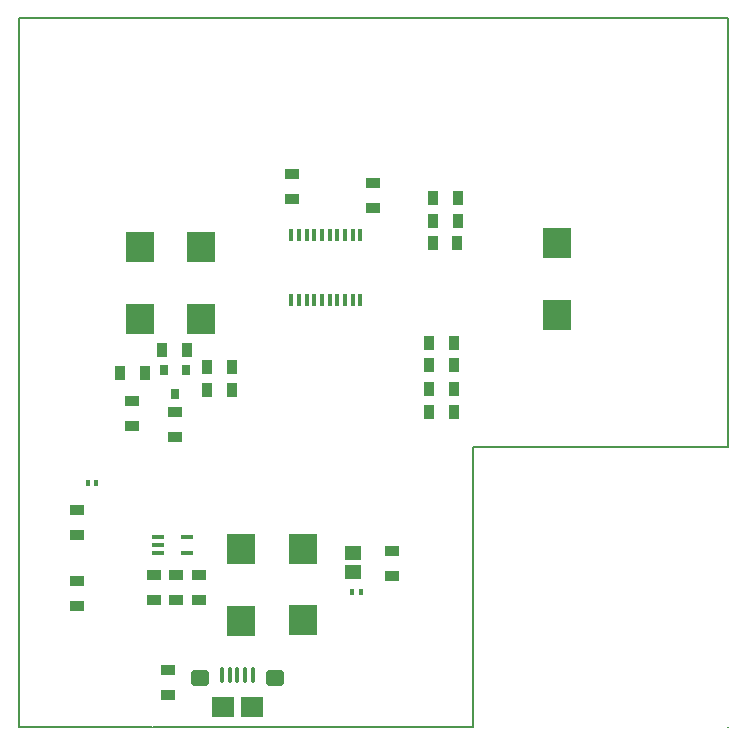
<source format=gbp>
G04*
G04 #@! TF.GenerationSoftware,Altium Limited,Altium Designer,21.2.2 (38)*
G04*
G04 Layer_Color=128*
%FSLAX25Y25*%
%MOIN*%
G70*
G04*
G04 #@! TF.SameCoordinates,6CE54949-C0DA-46BE-907D-7ABA0CCCE0FB*
G04*
G04*
G04 #@! TF.FilePolarity,Positive*
G04*
G01*
G75*
%ADD15C,0.00787*%
%ADD24R,0.01575X0.02362*%
%ADD29R,0.03543X0.04724*%
%ADD86R,0.09646X0.10039*%
%ADD87R,0.05512X0.05118*%
%ADD88R,0.04724X0.03543*%
%ADD89R,0.07480X0.07087*%
G04:AMPARAMS|DCode=90|XSize=62.99mil|YSize=55.12mil|CornerRadius=13.78mil|HoleSize=0mil|Usage=FLASHONLY|Rotation=180.000|XOffset=0mil|YOffset=0mil|HoleType=Round|Shape=RoundedRectangle|*
%AMROUNDEDRECTD90*
21,1,0.06299,0.02756,0,0,180.0*
21,1,0.03543,0.05512,0,0,180.0*
1,1,0.02756,-0.01772,0.01378*
1,1,0.02756,0.01772,0.01378*
1,1,0.02756,0.01772,-0.01378*
1,1,0.02756,-0.01772,-0.01378*
%
%ADD90ROUNDEDRECTD90*%
%ADD91O,0.01575X0.05315*%
%ADD92R,0.04250X0.01378*%
%ADD93R,0.03150X0.03543*%
%ADD94R,0.01772X0.04134*%
D15*
X236221Y190925D02*
Y236221D01*
X0D02*
X236221D01*
Y158150D02*
Y190925D01*
X151358Y20D02*
Y93189D01*
X44587Y20D02*
X151358D01*
Y93189D02*
X236221D01*
X0Y0D02*
X44488D01*
X0Y181791D02*
X0Y0D01*
X236221Y93189D02*
Y158150D01*
X0Y181791D02*
Y236221D01*
X236201Y20D02*
X236201Y20D01*
D24*
X111161Y44941D02*
D03*
X113917D02*
D03*
X22854Y81299D02*
D03*
X25610D02*
D03*
D29*
X56083Y125807D02*
D03*
X47815D02*
D03*
X62736Y120098D02*
D03*
X71004D02*
D03*
X70965Y112382D02*
D03*
X62697D02*
D03*
X33652Y117864D02*
D03*
X41919D02*
D03*
X146181Y176299D02*
D03*
X137913D02*
D03*
X146221Y168760D02*
D03*
X137953D02*
D03*
X146142Y161221D02*
D03*
X137874D02*
D03*
X145059Y128130D02*
D03*
X136791D02*
D03*
X145059Y120630D02*
D03*
X136791D02*
D03*
X145000Y112598D02*
D03*
X136732D02*
D03*
X145039Y105098D02*
D03*
X136772D02*
D03*
D86*
X60787Y159941D02*
D03*
Y136122D02*
D03*
X179469Y137382D02*
D03*
Y161201D02*
D03*
X40295Y159902D02*
D03*
Y136083D02*
D03*
X74154Y35453D02*
D03*
Y59272D02*
D03*
X94626Y35571D02*
D03*
Y59390D02*
D03*
D87*
X111417Y51555D02*
D03*
Y57854D02*
D03*
D88*
X124252Y50315D02*
D03*
Y58583D02*
D03*
X19468Y63937D02*
D03*
Y72205D02*
D03*
X19311Y48583D02*
D03*
Y40315D02*
D03*
X44961Y50709D02*
D03*
Y42441D02*
D03*
X52480Y50709D02*
D03*
Y42441D02*
D03*
X59961Y50709D02*
D03*
Y42441D02*
D03*
X49843Y18878D02*
D03*
Y10610D02*
D03*
X37776Y108780D02*
D03*
Y100512D02*
D03*
X51949Y105098D02*
D03*
Y96831D02*
D03*
X117972Y181378D02*
D03*
Y173110D02*
D03*
X91063Y176102D02*
D03*
Y184370D02*
D03*
D89*
X68110Y6752D02*
D03*
X77559D02*
D03*
D90*
X60236Y16398D02*
D03*
X85433D02*
D03*
D91*
X72835Y17284D02*
D03*
X75394D02*
D03*
X77953D02*
D03*
X67716D02*
D03*
X70276D02*
D03*
D92*
X55965Y58091D02*
D03*
Y63209D02*
D03*
X46415D02*
D03*
Y60650D02*
D03*
Y58091D02*
D03*
D93*
X52028Y111161D02*
D03*
X55768Y119035D02*
D03*
X48287D02*
D03*
D94*
X113839Y142205D02*
D03*
X111279D02*
D03*
X108721D02*
D03*
X106161D02*
D03*
X103602D02*
D03*
X101043D02*
D03*
X98484D02*
D03*
X95925D02*
D03*
X93366D02*
D03*
X90807D02*
D03*
X113839Y164055D02*
D03*
X111279D02*
D03*
X108721D02*
D03*
X106161D02*
D03*
X103602D02*
D03*
X101043D02*
D03*
X98484D02*
D03*
X95925D02*
D03*
X93366D02*
D03*
X90807D02*
D03*
M02*

</source>
